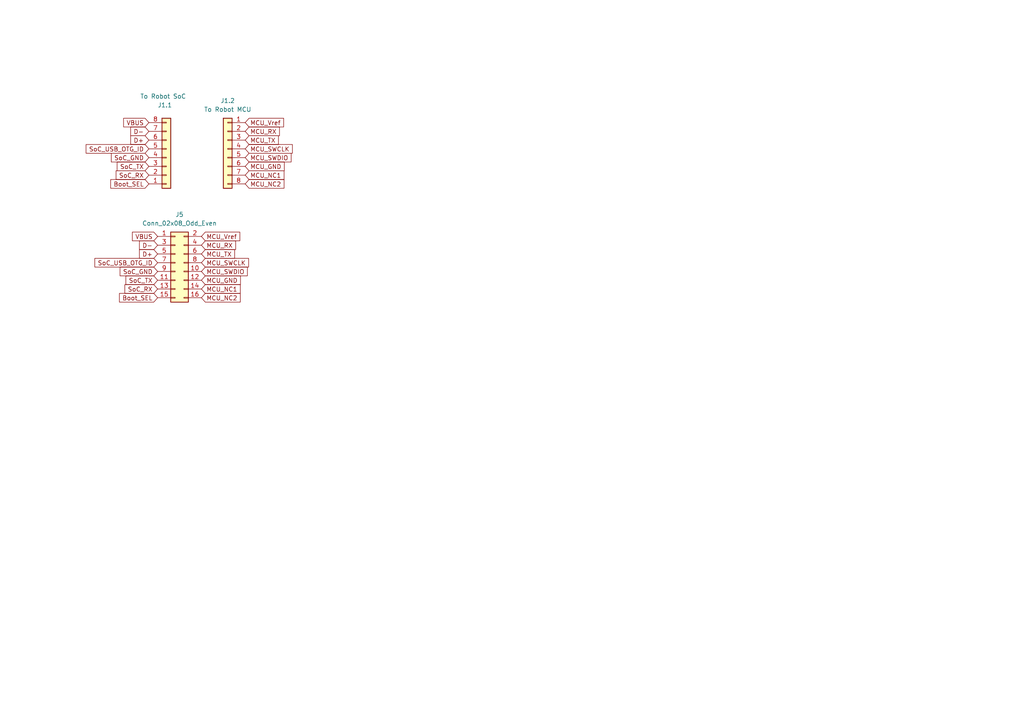
<source format=kicad_sch>
(kicad_sch (version 20211123) (generator eeschema)
  (paper "A4")
  (lib_symbols
    (symbol "Connector_Generic:Conn_01x08" (pin_names (offset 1.016) hide)
      (property "Reference" "J" (at 0 10.16 0))
      (property "Value" "Conn_01x08" (at 0 -12.7 0))
      (symbol "Conn_01x08_1_1"
        (rectangle (start -1.27 -10.033) (end 0 -10.287) (stroke (width 0.1524)))
        (rectangle (start -1.27 -7.493) (end 0 -7.747) (stroke (width 0.1524)))
        (rectangle (start -1.27 -4.953) (end 0 -5.207) (stroke (width 0.1524)))
        (rectangle (start -1.27 -2.413) (end 0 -2.667) (stroke (width 0.1524)))
        (rectangle (start -1.27 0.127) (end 0 -0.127) (stroke (width 0.1524)))
        (rectangle (start -1.27 2.667) (end 0 2.413) (stroke (width 0.1524)))
        (rectangle (start -1.27 5.207) (end 0 4.953) (stroke (width 0.1524)))
        (rectangle (start -1.27 7.747) (end 0 7.493) (stroke (width 0.1524)))
        (rectangle (start -1.27 8.89) (end 1.27 -11.43) (stroke (width 0.254)) (fill (type background)))
        (pin passive line (at -5.08 7.62 0) (length 3.81) (name "Pin_1") (number "1"))
        (pin passive line (at -5.08 5.08 0) (length 3.81) (name "Pin_2") (number "2"))
        (pin passive line (at -5.08 2.54 0) (length 3.81) (name "Pin_3") (number "3"))
        (pin passive line (at -5.08 0 0) (length 3.81) (name "Pin_4") (number "4"))
        (pin passive line (at -5.08 -2.54 0) (length 3.81) (name "Pin_5") (number "5"))
        (pin passive line (at -5.08 -5.08 0) (length 3.81) (name "Pin_6") (number "6"))
        (pin passive line (at -5.08 -7.62 0) (length 3.81) (name "Pin_7") (number "7"))
        (pin passive line (at -5.08 -10.16 0) (length 3.81) (name "Pin_8") (number "8"))
      )
    )
    (symbol "Connector_Generic:Conn_02x08_Odd_Even" (pin_names (offset 1.016) hide)
      (property "Reference" "J" (at 1.27 10.16 0))
      (property "Value" "Conn_02x08_Odd_Even" (at 1.27 -12.7 0))
      (symbol "Conn_02x08_Odd_Even_1_1"
        (rectangle (start -1.27 -10.033) (end 0 -10.287) (stroke (width 0.1524)))
        (rectangle (start -1.27 -7.493) (end 0 -7.747) (stroke (width 0.1524)))
        (rectangle (start -1.27 -4.953) (end 0 -5.207) (stroke (width 0.1524)))
        (rectangle (start -1.27 -2.413) (end 0 -2.667) (stroke (width 0.1524)))
        (rectangle (start -1.27 0.127) (end 0 -0.127) (stroke (width 0.1524)))
        (rectangle (start -1.27 2.667) (end 0 2.413) (stroke (width 0.1524)))
        (rectangle (start -1.27 5.207) (end 0 4.953) (stroke (width 0.1524)))
        (rectangle (start -1.27 7.747) (end 0 7.493) (stroke (width 0.1524)))
        (rectangle (start -1.27 8.89) (end 3.81 -11.43) (stroke (width 0.254)) (fill (type background)))
        (rectangle (start 3.81 -10.033) (end 2.54 -10.287) (stroke (width 0.1524)))
        (rectangle (start 3.81 -7.493) (end 2.54 -7.747) (stroke (width 0.1524)))
        (rectangle (start 3.81 -4.953) (end 2.54 -5.207) (stroke (width 0.1524)))
        (rectangle (start 3.81 -2.413) (end 2.54 -2.667) (stroke (width 0.1524)))
        (rectangle (start 3.81 0.127) (end 2.54 -0.127) (stroke (width 0.1524)))
        (rectangle (start 3.81 2.667) (end 2.54 2.413) (stroke (width 0.1524)))
        (rectangle (start 3.81 5.207) (end 2.54 4.953) (stroke (width 0.1524)))
        (rectangle (start 3.81 7.747) (end 2.54 7.493) (stroke (width 0.1524)))
        (pin passive line (at -5.08 7.62 0) (length 3.81) (name "Pin_1") (number "1"))
        (pin passive line (at 7.62 -2.54 180) (length 3.81) (name "Pin_10") (number "10"))
        (pin passive line (at -5.08 -5.08 0) (length 3.81) (name "Pin_11") (number "11"))
        (pin passive line (at 7.62 -5.08 180) (length 3.81) (name "Pin_12") (number "12"))
        (pin passive line (at -5.08 -7.62 0) (length 3.81) (name "Pin_13") (number "13"))
        (pin passive line (at 7.62 -7.62 180) (length 3.81) (name "Pin_14") (number "14"))
        (pin passive line (at -5.08 -10.16 0) (length 3.81) (name "Pin_15") (number "15"))
        (pin passive line (at 7.62 -10.16 180) (length 3.81) (name "Pin_16") (number "16"))
        (pin passive line (at 7.62 7.62 180) (length 3.81) (name "Pin_2") (number "2"))
        (pin passive line (at -5.08 5.08 0) (length 3.81) (name "Pin_3") (number "3"))
        (pin passive line (at 7.62 5.08 180) (length 3.81) (name "Pin_4") (number "4"))
        (pin passive line (at -5.08 2.54 0) (length 3.81) (name "Pin_5") (number "5"))
        (pin passive line (at 7.62 2.54 180) (length 3.81) (name "Pin_6") (number "6"))
        (pin passive line (at -5.08 0 0) (length 3.81) (name "Pin_7") (number "7"))
        (pin passive line (at 7.62 0 180) (length 3.81) (name "Pin_8") (number "8"))
        (pin passive line (at -5.08 -2.54 0) (length 3.81) (name "Pin_9") (number "9"))
      )
    )
  )
  (global_label "SoC_RX" (shape input) (at 43.18 50.8 180) (property "Intersheet References" "${INTERSHEET_REFS}" (effects hide)))
  (global_label "SoC_RX" (shape input) (at 45.72 83.82 180) (property "Intersheet References" "${INTERSHEET_REFS}" (effects hide)))
  (global_label "MCU_SWDIO" (shape input) (at 71.12 45.72 0) (property "Intersheet References" "${INTERSHEET_REFS}" (effects hide)))
  (global_label "MCU_SWCLK" (shape input) (at 58.42 76.2 0) (property "Intersheet References" "${INTERSHEET_REFS}" (effects hide)))
  (global_label "SoC_TX" (shape input) (at 45.72 81.28 180) (property "Intersheet References" "${INTERSHEET_REFS}" (effects hide)))
  (global_label "MCU_NC1" (shape input) (at 58.42 83.82 0) (property "Intersheet References" "${INTERSHEET_REFS}" (effects hide)))
  (global_label "SoC_USB_OTG_ID" (shape input) (at 45.72 76.2 180) (property "Intersheet References" "${INTERSHEET_REFS}" (effects hide)))
  (global_label "VBUS" (shape input) (at 45.72 68.58 180) (property "Intersheet References" "${INTERSHEET_REFS}" (effects hide)))
  (global_label "D+" (shape input) (at 43.18 40.64 180) (property "Intersheet References" "${INTERSHEET_REFS}" (effects hide)))
  (global_label "MCU_SWCLK" (shape input) (at 71.12 43.18 0) (property "Intersheet References" "${INTERSHEET_REFS}" (effects hide)))
  (global_label "VBUS" (shape input) (at 43.18 35.56 180) (property "Intersheet References" "${INTERSHEET_REFS}" (effects hide)))
  (global_label "MCU_NC1" (shape input) (at 71.12 50.8 0) (property "Intersheet References" "${INTERSHEET_REFS}" (effects hide)))
  (global_label "SoC_TX" (shape input) (at 43.18 48.26 180) (property "Intersheet References" "${INTERSHEET_REFS}" (effects hide)))
  (global_label "MCU_RX" (shape input) (at 58.42 71.12 0) (property "Intersheet References" "${INTERSHEET_REFS}" (effects hide)))
  (global_label "D-" (shape input) (at 45.72 71.12 180) (property "Intersheet References" "${INTERSHEET_REFS}" (effects hide)))
  (global_label "MCU_GND" (shape input) (at 58.42 81.28 0) (property "Intersheet References" "${INTERSHEET_REFS}" (effects hide)))
  (global_label "MCU_TX" (shape input) (at 58.42 73.66 0) (property "Intersheet References" "${INTERSHEET_REFS}" (effects hide)))
  (global_label "D+" (shape input) (at 45.72 73.66 180) (property "Intersheet References" "${INTERSHEET_REFS}" (effects hide)))
  (global_label "SoC_GND" (shape input) (at 45.72 78.74 180) (property "Intersheet References" "${INTERSHEET_REFS}" (effects hide)))
  (global_label "MCU_Vref" (shape input) (at 58.42 68.58 0) (property "Intersheet References" "${INTERSHEET_REFS}" (effects hide)))
  (global_label "MCU_NC2" (shape input) (at 71.12 53.34 0) (property "Intersheet References" "${INTERSHEET_REFS}" (effects hide)))
  (global_label "Boot_SEL" (shape input) (at 45.72 86.36 180) (property "Intersheet References" "${INTERSHEET_REFS}" (effects hide)))
  (global_label "SoC_GND" (shape input) (at 43.18 45.72 180) (property "Intersheet References" "${INTERSHEET_REFS}" (effects hide)))
  (global_label "MCU_RX" (shape input) (at 71.12 38.1 0) (property "Intersheet References" "${INTERSHEET_REFS}" (effects hide)))
  (global_label "SoC_USB_OTG_ID" (shape input) (at 43.18 43.18 180) (property "Intersheet References" "${INTERSHEET_REFS}" (effects hide)))
  (global_label "MCU_GND" (shape input) (at 71.12 48.26 0) (property "Intersheet References" "${INTERSHEET_REFS}" (effects hide)))
  (global_label "MCU_TX" (shape input) (at 71.12 40.64 0) (property "Intersheet References" "${INTERSHEET_REFS}" (effects hide)))
  (global_label "MCU_Vref" (shape input) (at 71.12 35.56 0) (property "Intersheet References" "${INTERSHEET_REFS}" (effects hide)))
  (global_label "MCU_NC2" (shape input) (at 58.42 86.36 0) (property "Intersheet References" "${INTERSHEET_REFS}" (effects hide)))
  (global_label "Boot_SEL" (shape input) (at 43.18 53.34 180) (property "Intersheet References" "${INTERSHEET_REFS}" (effects hide)))
  (global_label "D-" (shape input) (at 43.18 38.1 180) (property "Intersheet References" "${INTERSHEET_REFS}" (effects hide)))
  (global_label "MCU_SWDIO" (shape input) (at 58.42 78.74 0) (property "Intersheet References" "${INTERSHEET_REFS}" (effects hide)))
  (symbol (lib_id "Connector_Generic:Conn_02x08_Odd_Even") (at 50.8 76.2 0) (unit 1)
    (property "Reference" "J5" (at 52.07 62.23 0))
    (property "Value" "Conn_02x08_Odd_Even" (at 52.07 64.77 0))
    (property "Footprint" "Connector_PinSocket_2.00mm:PinSocket_2x08_P2.00mm_Vertical" (effects hide))
  )
  (symbol (lib_id "Connector_Generic:Conn_01x08") (at 48.26 45.72 0) (mirror x) (unit 1)
    (property "Reference" "J1.1" (at 45.72 30.48 0) (effects (justify left)))
    (property "Value" "To Robot SoC" (at 40.64 27.94 0) (effects (justify left)))
    (property "Footprint" "Custom:DGI_8_SMDPADS" (effects hide))
  )
  (symbol (lib_id "Connector_Generic:Conn_01x08") (at 66.04 43.18 0) (mirror y) (unit 1)
    (property "Reference" "J1.2" (at 66.04 29.21 0))
    (property "Value" "To Robot MCU" (at 66.04 31.75 0))
    (property "Footprint" "Custom:DGI_8_SMDPADS" (effects hide))
  )
)
</source>
